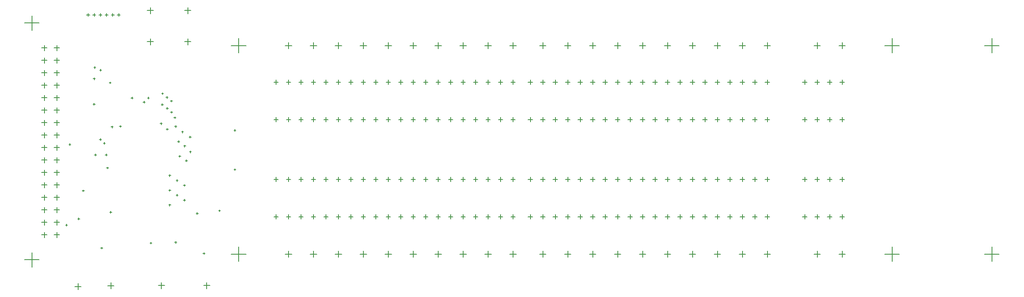
<source format=gbr>
%TF.GenerationSoftware,Altium Limited,Altium Designer,20.0.1 (14)*%
G04 Layer_Color=128*
%FSLAX25Y25*%
%MOIN*%
%TF.FileFunction,Drillmap*%
%TF.Part,Single*%
G01*
G75*
%TA.AperFunction,NonConductor*%
%ADD67C,0.00500*%
D67*
X377953Y-57378D02*
X381496D01*
X379724Y-59150D02*
Y-55606D01*
X387953Y-57378D02*
X391496D01*
X389724Y-59150D02*
Y-55606D01*
X377953Y-27378D02*
X381496D01*
X379724Y-29150D02*
Y-25606D01*
X387953Y-27378D02*
X391496D01*
X389724Y-29150D02*
Y-25606D01*
X407953Y-27378D02*
X411496D01*
X409724Y-29150D02*
Y-25606D01*
X397953Y-27378D02*
X401496D01*
X399724Y-29150D02*
Y-25606D01*
X407953Y-57378D02*
X411496D01*
X409724Y-59150D02*
Y-55606D01*
X397953Y-57378D02*
X401496D01*
X399724Y-59150D02*
Y-55606D01*
X417953Y-57378D02*
X421496D01*
X419724Y-59150D02*
Y-55606D01*
X427953Y-57378D02*
X431496D01*
X429724Y-59150D02*
Y-55606D01*
X417953Y-27378D02*
X421496D01*
X419724Y-29150D02*
Y-25606D01*
X427953Y-27378D02*
X431496D01*
X429724Y-29150D02*
Y-25606D01*
X447953Y-27378D02*
X451496D01*
X449724Y-29150D02*
Y-25606D01*
X437953Y-27378D02*
X441496D01*
X439724Y-29150D02*
Y-25606D01*
X447953Y-57378D02*
X451496D01*
X449724Y-59150D02*
Y-55606D01*
X437953Y-57378D02*
X441496D01*
X439724Y-59150D02*
Y-55606D01*
X457953Y-57378D02*
X461496D01*
X459724Y-59150D02*
Y-55606D01*
X467953Y-57378D02*
X471496D01*
X469724Y-59150D02*
Y-55606D01*
X457953Y-27378D02*
X461496D01*
X459724Y-29150D02*
Y-25606D01*
X467953Y-27378D02*
X471496D01*
X469724Y-29150D02*
Y-25606D01*
X487953Y-27378D02*
X491496D01*
X489724Y-29150D02*
Y-25606D01*
X477953Y-27378D02*
X481496D01*
X479724Y-29150D02*
Y-25606D01*
X487953Y-57378D02*
X491496D01*
X489724Y-59150D02*
Y-55606D01*
X477953Y-57378D02*
X481496D01*
X479724Y-59150D02*
Y-55606D01*
X497953Y-57378D02*
X501496D01*
X499724Y-59150D02*
Y-55606D01*
X507953Y-57378D02*
X511496D01*
X509724Y-59150D02*
Y-55606D01*
X497953Y-27378D02*
X501496D01*
X499724Y-29150D02*
Y-25606D01*
X507953Y-27378D02*
X511496D01*
X509724Y-29150D02*
Y-25606D01*
X527953Y-27378D02*
X531496D01*
X529724Y-29150D02*
Y-25606D01*
X517953Y-27378D02*
X521496D01*
X519724Y-29150D02*
Y-25606D01*
X527953Y-57378D02*
X531496D01*
X529724Y-59150D02*
Y-55606D01*
X517953Y-57378D02*
X521496D01*
X519724Y-59150D02*
Y-55606D01*
X537953Y-57378D02*
X541496D01*
X539724Y-59150D02*
Y-55606D01*
X547953Y-57378D02*
X551496D01*
X549724Y-59150D02*
Y-55606D01*
X537953Y-27378D02*
X541496D01*
X539724Y-29150D02*
Y-25606D01*
X547953Y-27378D02*
X551496D01*
X549724Y-29150D02*
Y-25606D01*
X567953Y-27378D02*
X571496D01*
X569724Y-29150D02*
Y-25606D01*
X557953Y-27378D02*
X561496D01*
X559724Y-29150D02*
Y-25606D01*
X567953Y-57378D02*
X571496D01*
X569724Y-59150D02*
Y-55606D01*
X557953Y-57378D02*
X561496D01*
X559724Y-59150D02*
Y-55606D01*
X174016Y-57378D02*
X177559D01*
X175787Y-59150D02*
Y-55606D01*
X184016Y-57378D02*
X187559D01*
X185787Y-59150D02*
Y-55606D01*
X174016Y-27378D02*
X177559D01*
X175787Y-29150D02*
Y-25606D01*
X184016Y-27378D02*
X187559D01*
X185787Y-29150D02*
Y-25606D01*
X204016Y-27378D02*
X207559D01*
X205787Y-29150D02*
Y-25606D01*
X194016Y-27378D02*
X197559D01*
X195787Y-29150D02*
Y-25606D01*
X204016Y-57378D02*
X207559D01*
X205787Y-59150D02*
Y-55606D01*
X194016Y-57378D02*
X197559D01*
X195787Y-59150D02*
Y-55606D01*
X214016Y-57378D02*
X217559D01*
X215787Y-59150D02*
Y-55606D01*
X224016Y-57378D02*
X227559D01*
X225787Y-59150D02*
Y-55606D01*
X214016Y-27378D02*
X217559D01*
X215787Y-29150D02*
Y-25606D01*
X224016Y-27378D02*
X227559D01*
X225787Y-29150D02*
Y-25606D01*
X244016Y-27378D02*
X247559D01*
X245787Y-29150D02*
Y-25606D01*
X234016Y-27378D02*
X237559D01*
X235787Y-29150D02*
Y-25606D01*
X244016Y-57378D02*
X247559D01*
X245787Y-59150D02*
Y-55606D01*
X234016Y-57378D02*
X237559D01*
X235787Y-59150D02*
Y-55606D01*
X254016Y-57378D02*
X257559D01*
X255787Y-59150D02*
Y-55606D01*
X264016Y-57378D02*
X267559D01*
X265787Y-59150D02*
Y-55606D01*
X254016Y-27378D02*
X257559D01*
X255787Y-29150D02*
Y-25606D01*
X264016Y-27378D02*
X267559D01*
X265787Y-29150D02*
Y-25606D01*
X284016Y-27378D02*
X287559D01*
X285787Y-29150D02*
Y-25606D01*
X274016Y-27378D02*
X277559D01*
X275787Y-29150D02*
Y-25606D01*
X284016Y-57378D02*
X287559D01*
X285787Y-59150D02*
Y-55606D01*
X274016Y-57378D02*
X277559D01*
X275787Y-59150D02*
Y-55606D01*
X294016Y-57378D02*
X297559D01*
X295787Y-59150D02*
Y-55606D01*
X304016Y-57378D02*
X307559D01*
X305787Y-59150D02*
Y-55606D01*
X294016Y-27378D02*
X297559D01*
X295787Y-29150D02*
Y-25606D01*
X304016Y-27378D02*
X307559D01*
X305787Y-29150D02*
Y-25606D01*
X324016Y-27378D02*
X327559D01*
X325787Y-29150D02*
Y-25606D01*
X314016Y-27378D02*
X317559D01*
X315787Y-29150D02*
Y-25606D01*
X324016Y-57378D02*
X327559D01*
X325787Y-59150D02*
Y-55606D01*
X314016Y-57378D02*
X317559D01*
X315787Y-59150D02*
Y-55606D01*
X334016Y-57378D02*
X337559D01*
X335787Y-59150D02*
Y-55606D01*
X344016Y-57378D02*
X347559D01*
X345787Y-59150D02*
Y-55606D01*
X334016Y-27378D02*
X337559D01*
X335787Y-29150D02*
Y-25606D01*
X344016Y-27378D02*
X347559D01*
X345787Y-29150D02*
Y-25606D01*
X364016Y-27378D02*
X367559D01*
X365787Y-29150D02*
Y-25606D01*
X354016Y-27378D02*
X357559D01*
X355787Y-29150D02*
Y-25606D01*
X364016Y-57378D02*
X367559D01*
X365787Y-59150D02*
Y-55606D01*
X354016Y-57378D02*
X357559D01*
X355787Y-59150D02*
Y-55606D01*
X387953Y-105378D02*
X391496D01*
X389724Y-107150D02*
Y-103606D01*
X377953Y-105378D02*
X381496D01*
X379724Y-107150D02*
Y-103606D01*
X387953Y-135378D02*
X391496D01*
X389724Y-137150D02*
Y-133606D01*
X377953Y-135378D02*
X381496D01*
X379724Y-137150D02*
Y-133606D01*
X397953Y-135378D02*
X401496D01*
X399724Y-137150D02*
Y-133606D01*
X407953Y-135378D02*
X411496D01*
X409724Y-137150D02*
Y-133606D01*
X397953Y-105378D02*
X401496D01*
X399724Y-107150D02*
Y-103606D01*
X407953Y-105378D02*
X411496D01*
X409724Y-107150D02*
Y-103606D01*
X427953Y-105378D02*
X431496D01*
X429724Y-107150D02*
Y-103606D01*
X417953Y-105378D02*
X421496D01*
X419724Y-107150D02*
Y-103606D01*
X427953Y-135378D02*
X431496D01*
X429724Y-137150D02*
Y-133606D01*
X417953Y-135378D02*
X421496D01*
X419724Y-137150D02*
Y-133606D01*
X437953Y-135378D02*
X441496D01*
X439724Y-137150D02*
Y-133606D01*
X447953Y-135378D02*
X451496D01*
X449724Y-137150D02*
Y-133606D01*
X437953Y-105378D02*
X441496D01*
X439724Y-107150D02*
Y-103606D01*
X447953Y-105378D02*
X451496D01*
X449724Y-107150D02*
Y-103606D01*
X467953Y-105378D02*
X471496D01*
X469724Y-107150D02*
Y-103606D01*
X457953Y-105378D02*
X461496D01*
X459724Y-107150D02*
Y-103606D01*
X467953Y-135378D02*
X471496D01*
X469724Y-137150D02*
Y-133606D01*
X457953Y-135378D02*
X461496D01*
X459724Y-137150D02*
Y-133606D01*
X477953Y-135378D02*
X481496D01*
X479724Y-137150D02*
Y-133606D01*
X487953Y-135378D02*
X491496D01*
X489724Y-137150D02*
Y-133606D01*
X477953Y-105378D02*
X481496D01*
X479724Y-107150D02*
Y-103606D01*
X487953Y-105378D02*
X491496D01*
X489724Y-107150D02*
Y-103606D01*
X507953Y-105378D02*
X511496D01*
X509724Y-107150D02*
Y-103606D01*
X497953Y-105378D02*
X501496D01*
X499724Y-107150D02*
Y-103606D01*
X507953Y-135378D02*
X511496D01*
X509724Y-137150D02*
Y-133606D01*
X497953Y-135378D02*
X501496D01*
X499724Y-137150D02*
Y-133606D01*
X517953Y-135378D02*
X521496D01*
X519724Y-137150D02*
Y-133606D01*
X527953Y-135378D02*
X531496D01*
X529724Y-137150D02*
Y-133606D01*
X517953Y-105378D02*
X521496D01*
X519724Y-107150D02*
Y-103606D01*
X527953Y-105378D02*
X531496D01*
X529724Y-107150D02*
Y-103606D01*
X547953Y-105378D02*
X551496D01*
X549724Y-107150D02*
Y-103606D01*
X537953Y-105378D02*
X541496D01*
X539724Y-107150D02*
Y-103606D01*
X547953Y-135378D02*
X551496D01*
X549724Y-137150D02*
Y-133606D01*
X537953Y-135378D02*
X541496D01*
X539724Y-137150D02*
Y-133606D01*
X557953Y-135378D02*
X561496D01*
X559724Y-137150D02*
Y-133606D01*
X567953Y-135378D02*
X571496D01*
X569724Y-137150D02*
Y-133606D01*
X557953Y-105378D02*
X561496D01*
X559724Y-107150D02*
Y-103606D01*
X567953Y-105378D02*
X571496D01*
X569724Y-107150D02*
Y-103606D01*
X184016Y-105378D02*
X187559D01*
X185787Y-107150D02*
Y-103606D01*
X174016Y-105378D02*
X177559D01*
X175787Y-107150D02*
Y-103606D01*
X184016Y-135378D02*
X187559D01*
X185787Y-137150D02*
Y-133606D01*
X174016Y-135378D02*
X177559D01*
X175787Y-137150D02*
Y-133606D01*
X194016Y-135378D02*
X197559D01*
X195787Y-137150D02*
Y-133606D01*
X204016Y-135378D02*
X207559D01*
X205787Y-137150D02*
Y-133606D01*
X194016Y-105378D02*
X197559D01*
X195787Y-107150D02*
Y-103606D01*
X204016Y-105378D02*
X207559D01*
X205787Y-107150D02*
Y-103606D01*
X224016Y-105378D02*
X227559D01*
X225787Y-107150D02*
Y-103606D01*
X214016Y-105378D02*
X217559D01*
X215787Y-107150D02*
Y-103606D01*
X224016Y-135378D02*
X227559D01*
X225787Y-137150D02*
Y-133606D01*
X214016Y-135378D02*
X217559D01*
X215787Y-137150D02*
Y-133606D01*
X234016Y-135378D02*
X237559D01*
X235787Y-137150D02*
Y-133606D01*
X244016Y-135378D02*
X247559D01*
X245787Y-137150D02*
Y-133606D01*
X234016Y-105378D02*
X237559D01*
X235787Y-107150D02*
Y-103606D01*
X244016Y-105378D02*
X247559D01*
X245787Y-107150D02*
Y-103606D01*
X264016Y-105378D02*
X267559D01*
X265787Y-107150D02*
Y-103606D01*
X254016Y-105378D02*
X257559D01*
X255787Y-107150D02*
Y-103606D01*
X264016Y-135378D02*
X267559D01*
X265787Y-137150D02*
Y-133606D01*
X254016Y-135378D02*
X257559D01*
X255787Y-137150D02*
Y-133606D01*
X274016Y-135378D02*
X277559D01*
X275787Y-137150D02*
Y-133606D01*
X284016Y-135378D02*
X287559D01*
X285787Y-137150D02*
Y-133606D01*
X274016Y-105378D02*
X277559D01*
X275787Y-107150D02*
Y-103606D01*
X284016Y-105378D02*
X287559D01*
X285787Y-107150D02*
Y-103606D01*
X304016Y-105378D02*
X307559D01*
X305787Y-107150D02*
Y-103606D01*
X294016Y-105378D02*
X297559D01*
X295787Y-107150D02*
Y-103606D01*
X304016Y-135378D02*
X307559D01*
X305787Y-137150D02*
Y-133606D01*
X294016Y-135378D02*
X297559D01*
X295787Y-137150D02*
Y-133606D01*
X314016Y-135378D02*
X317559D01*
X315787Y-137150D02*
Y-133606D01*
X324016Y-135378D02*
X327559D01*
X325787Y-137150D02*
Y-133606D01*
X314016Y-105378D02*
X317559D01*
X315787Y-107150D02*
Y-103606D01*
X324016Y-105378D02*
X327559D01*
X325787Y-107150D02*
Y-103606D01*
X344016Y-105378D02*
X347559D01*
X345787Y-107150D02*
Y-103606D01*
X334016Y-105378D02*
X337559D01*
X335787Y-107150D02*
Y-103606D01*
X344016Y-135378D02*
X347559D01*
X345787Y-137150D02*
Y-133606D01*
X334016Y-135378D02*
X337559D01*
X335787Y-137150D02*
Y-133606D01*
X354016Y-135378D02*
X357559D01*
X355787Y-137150D02*
Y-133606D01*
X364016Y-135378D02*
X367559D01*
X365787Y-137150D02*
Y-133606D01*
X354016Y-105378D02*
X357559D01*
X355787Y-107150D02*
Y-103606D01*
X364016Y-105378D02*
X367559D01*
X365787Y-107150D02*
Y-103606D01*
X597953Y-57378D02*
X601496D01*
X599724Y-59150D02*
Y-55606D01*
X607953Y-57378D02*
X611496D01*
X609724Y-59150D02*
Y-55606D01*
X597953Y-27378D02*
X601496D01*
X599724Y-29150D02*
Y-25606D01*
X607953Y-27378D02*
X611496D01*
X609724Y-29150D02*
Y-25606D01*
X627953Y-27378D02*
X631496D01*
X629724Y-29150D02*
Y-25606D01*
X617953Y-27378D02*
X621496D01*
X619724Y-29150D02*
Y-25606D01*
X627953Y-57378D02*
X631496D01*
X629724Y-59150D02*
Y-55606D01*
X617953Y-57378D02*
X621496D01*
X619724Y-59150D02*
Y-55606D01*
X607953Y-105378D02*
X611496D01*
X609724Y-107150D02*
Y-103606D01*
X597953Y-105378D02*
X601496D01*
X599724Y-107150D02*
Y-103606D01*
X607953Y-135378D02*
X611496D01*
X609724Y-137150D02*
Y-133606D01*
X597953Y-135378D02*
X601496D01*
X599724Y-137150D02*
Y-133606D01*
X617953Y-135378D02*
X621496D01*
X619724Y-137150D02*
Y-133606D01*
X627953Y-135378D02*
X631496D01*
X629724Y-137150D02*
Y-133606D01*
X617953Y-105378D02*
X621496D01*
X619724Y-107150D02*
Y-103606D01*
X627953Y-105378D02*
X631496D01*
X629724Y-107150D02*
Y-103606D01*
X102441Y5000D02*
X107559D01*
X105000Y2441D02*
Y7559D01*
X72441Y5000D02*
X77559D01*
X75000Y2441D02*
Y7559D01*
X102441Y30000D02*
X107559D01*
X105000Y27441D02*
Y32559D01*
X72441Y30000D02*
X77559D01*
X75000Y27441D02*
Y32559D01*
X117728Y-190678D02*
X122846D01*
X120287Y-193237D02*
Y-188119D01*
X81428Y-190678D02*
X86546D01*
X83987Y-193237D02*
Y-188119D01*
X40828Y-190778D02*
X45946D01*
X43387Y-193337D02*
Y-188219D01*
X14528Y-191378D02*
X19646D01*
X17087Y-193937D02*
Y-188819D01*
X627165Y1945D02*
X632283D01*
X629724Y-614D02*
Y4504D01*
X607165Y1945D02*
X612283D01*
X609724Y-614D02*
Y4504D01*
X627165Y-165378D02*
X632283D01*
X629724Y-167937D02*
Y-162819D01*
X607165Y-165378D02*
X612283D01*
X609724Y-167937D02*
Y-162819D01*
X567165Y1945D02*
X572283D01*
X569724Y-614D02*
Y4504D01*
X547165Y1945D02*
X552283D01*
X549724Y-614D02*
Y4504D01*
X527165Y1945D02*
X532283D01*
X529724Y-614D02*
Y4504D01*
X507165Y1945D02*
X512283D01*
X509724Y-614D02*
Y4504D01*
X487165Y1945D02*
X492283D01*
X489724Y-614D02*
Y4504D01*
X467165Y1945D02*
X472283D01*
X469724Y-614D02*
Y4504D01*
X447165Y1945D02*
X452283D01*
X449724Y-614D02*
Y4504D01*
X427165Y1945D02*
X432283D01*
X429724Y-614D02*
Y4504D01*
X407165Y1945D02*
X412283D01*
X409724Y-614D02*
Y4504D01*
X387165Y1945D02*
X392283D01*
X389724Y-614D02*
Y4504D01*
X183228Y1945D02*
X188346D01*
X185787Y-614D02*
Y4504D01*
X203228Y1945D02*
X208346D01*
X205787Y-614D02*
Y4504D01*
X223228Y1945D02*
X228346D01*
X225787Y-614D02*
Y4504D01*
X243228Y1945D02*
X248346D01*
X245787Y-614D02*
Y4504D01*
X263228Y1945D02*
X268346D01*
X265787Y-614D02*
Y4504D01*
X283228Y1945D02*
X288346D01*
X285787Y-614D02*
Y4504D01*
X303228Y1945D02*
X308346D01*
X305787Y-614D02*
Y4504D01*
X323228Y1945D02*
X328346D01*
X325787Y-614D02*
Y4504D01*
X343228Y1945D02*
X348346D01*
X345787Y-614D02*
Y4504D01*
X363228Y1945D02*
X368346D01*
X365787Y-614D02*
Y4504D01*
X387165Y-165378D02*
X392283D01*
X389724Y-167937D02*
Y-162819D01*
X407165Y-165378D02*
X412283D01*
X409724Y-167937D02*
Y-162819D01*
X427165Y-165378D02*
X432283D01*
X429724Y-167937D02*
Y-162819D01*
X447165Y-165378D02*
X452283D01*
X449724Y-167937D02*
Y-162819D01*
X467165Y-165378D02*
X472283D01*
X469724Y-167937D02*
Y-162819D01*
X487165Y-165378D02*
X492283D01*
X489724Y-167937D02*
Y-162819D01*
X507165Y-165378D02*
X512283D01*
X509724Y-167937D02*
Y-162819D01*
X527165Y-165378D02*
X532283D01*
X529724Y-167937D02*
Y-162819D01*
X547165Y-165378D02*
X552283D01*
X549724Y-167937D02*
Y-162819D01*
X567165Y-165378D02*
X572283D01*
X569724Y-167937D02*
Y-162819D01*
X363228Y-165378D02*
X368347D01*
X365787Y-167937D02*
Y-162819D01*
X343228Y-165378D02*
X348346D01*
X345787Y-167937D02*
Y-162819D01*
X323228Y-165378D02*
X328346D01*
X325787Y-167937D02*
Y-162819D01*
X303228Y-165378D02*
X308347D01*
X305787Y-167937D02*
Y-162819D01*
X283228Y-165378D02*
X288347D01*
X285787Y-167937D02*
Y-162819D01*
X263228Y-165378D02*
X268347D01*
X265787Y-167937D02*
Y-162819D01*
X243228Y-165378D02*
X248346D01*
X245787Y-167937D02*
Y-162819D01*
X223228Y-165378D02*
X228346D01*
X225787Y-167937D02*
Y-162819D01*
X203228Y-165378D02*
X208347D01*
X205787Y-167937D02*
Y-162819D01*
X183228Y-165378D02*
X188347D01*
X185787Y-167937D02*
Y-162819D01*
X-25709Y20000D02*
X-14291D01*
X-20000Y14291D02*
Y25709D01*
X-25709Y-170000D02*
X-14291D01*
X-20000Y-175709D02*
Y-164291D01*
X-12165Y0D02*
X-7835D01*
X-10000Y-2165D02*
Y2165D01*
X-12165Y-10000D02*
X-7835D01*
X-10000Y-12165D02*
Y-7835D01*
X-12165Y-20000D02*
X-7835D01*
X-10000Y-22165D02*
Y-17835D01*
X-12165Y-30000D02*
X-7835D01*
X-10000Y-32165D02*
Y-27835D01*
X-12165Y-40000D02*
X-7835D01*
X-10000Y-42165D02*
Y-37835D01*
X-12165Y-50000D02*
X-7835D01*
X-10000Y-52165D02*
Y-47835D01*
X-12165Y-60000D02*
X-7835D01*
X-10000Y-62165D02*
Y-57835D01*
X-12165Y-70000D02*
X-7835D01*
X-10000Y-72165D02*
Y-67835D01*
X-12165Y-80000D02*
X-7835D01*
X-10000Y-82165D02*
Y-77835D01*
X-12165Y-90000D02*
X-7835D01*
X-10000Y-92165D02*
Y-87835D01*
X-12165Y-100000D02*
X-7835D01*
X-10000Y-102165D02*
Y-97835D01*
X-12165Y-110000D02*
X-7835D01*
X-10000Y-112165D02*
Y-107835D01*
X-12165Y-120000D02*
X-7835D01*
X-10000Y-122165D02*
Y-117835D01*
X-12165Y-130000D02*
X-7835D01*
X-10000Y-132165D02*
Y-127835D01*
X-12165Y-140000D02*
X-7835D01*
X-10000Y-142165D02*
Y-137835D01*
X-12165Y-150000D02*
X-7835D01*
X-10000Y-152165D02*
Y-147835D01*
X-2165Y0D02*
X2165D01*
X0Y-2165D02*
Y2165D01*
X-2165Y-10000D02*
X2165D01*
X0Y-12165D02*
Y-7835D01*
X-2165Y-20000D02*
X2165D01*
X0Y-22165D02*
Y-17835D01*
X-2165Y-30000D02*
X2165D01*
X0Y-32165D02*
Y-27835D01*
X-2165Y-40000D02*
X2165D01*
X0Y-42165D02*
Y-37835D01*
X-2165Y-50000D02*
X2165D01*
X0Y-52165D02*
Y-47835D01*
X-2165Y-60000D02*
X2165D01*
X0Y-62165D02*
Y-57835D01*
X-2165Y-70000D02*
X2165D01*
X0Y-72165D02*
Y-67835D01*
X-2165Y-80000D02*
X2165D01*
X0Y-82165D02*
Y-77835D01*
X-2165Y-90000D02*
X2165D01*
X0Y-92165D02*
Y-87835D01*
X-2165Y-100000D02*
X2165D01*
X0Y-102165D02*
Y-97835D01*
X-2165Y-110000D02*
X2165D01*
X0Y-112165D02*
Y-107835D01*
X-2165Y-120000D02*
X2165D01*
X0Y-122165D02*
Y-117835D01*
X-2165Y-130000D02*
X2165D01*
X0Y-132165D02*
Y-127835D01*
X-2165Y-140000D02*
X2165D01*
X0Y-142165D02*
Y-137835D01*
X-2165Y-150000D02*
X2165D01*
X0Y-152165D02*
Y-147835D01*
X23985Y26522D02*
X26347D01*
X25166Y25341D02*
Y27703D01*
X28906Y26522D02*
X31269D01*
X30087Y25341D02*
Y27703D01*
X33828Y26522D02*
X36190D01*
X35009Y25341D02*
Y27703D01*
X38749Y26522D02*
X41111D01*
X39930Y25341D02*
Y27703D01*
X43670Y26522D02*
X46032D01*
X44851Y25341D02*
Y27703D01*
X48591Y26522D02*
X50954D01*
X49772Y25341D02*
Y27703D01*
X94613Y-156000D02*
X96187D01*
X95400Y-156787D02*
Y-155213D01*
X117213Y-164900D02*
X118787D01*
X118000Y-165687D02*
Y-164113D01*
X142084Y-97538D02*
X143658D01*
X142871Y-98326D02*
Y-96751D01*
X142084Y-66142D02*
X143658D01*
X142871Y-66930D02*
Y-65355D01*
X42013Y-27900D02*
X43587D01*
X42800Y-28687D02*
Y-27113D01*
X59613Y-40100D02*
X61187D01*
X60400Y-40887D02*
Y-39313D01*
X106113Y-71400D02*
X107687D01*
X106900Y-72187D02*
Y-70613D01*
X74713Y-156500D02*
X76287D01*
X75500Y-157287D02*
Y-155713D01*
X35213Y-160500D02*
X36787D01*
X36000Y-161287D02*
Y-159713D01*
X42513Y-131700D02*
X44087D01*
X43300Y-132487D02*
Y-130913D01*
X38874Y-85700D02*
X40449D01*
X39661Y-86487D02*
Y-84913D01*
X37413Y-76400D02*
X38987D01*
X38200Y-77187D02*
Y-75613D01*
X39913Y-96200D02*
X41487D01*
X40700Y-96987D02*
Y-95413D01*
X30213Y-85700D02*
X31787D01*
X31000Y-86487D02*
Y-84913D01*
X9713Y-77400D02*
X11287D01*
X10500Y-78187D02*
Y-76613D01*
X34313Y-73400D02*
X35887D01*
X35100Y-74187D02*
Y-72613D01*
X34413Y-17800D02*
X35987D01*
X35200Y-18587D02*
Y-17013D01*
X29213Y-24600D02*
X30787D01*
X30000Y-25387D02*
Y-23813D01*
X29113Y-45100D02*
X30687D01*
X29900Y-45887D02*
Y-44313D01*
X29713Y-15601D02*
X31287D01*
X30500Y-16389D02*
Y-14814D01*
X50213Y-62900D02*
X51787D01*
X51000Y-63687D02*
Y-62113D01*
X43613Y-63300D02*
X45187D01*
X44400Y-64087D02*
Y-62513D01*
X69313Y-43400D02*
X70887D01*
X70100Y-44187D02*
Y-42613D01*
X72713Y-40100D02*
X74287D01*
X73500Y-40887D02*
Y-39313D01*
X93873Y-55900D02*
X95448D01*
X94660Y-56687D02*
Y-55113D01*
X91213Y-51500D02*
X92787D01*
X92000Y-52287D02*
Y-50713D01*
X87766Y-48400D02*
X89340D01*
X88553Y-49187D02*
Y-47613D01*
X83808Y-45400D02*
X85383D01*
X84596Y-46187D02*
Y-44613D01*
X91201Y-42494D02*
X92776D01*
X91988Y-43281D02*
Y-41706D01*
X87613Y-39600D02*
X89187D01*
X88400Y-40387D02*
Y-38813D01*
X84013Y-36500D02*
X85587D01*
X84800Y-37287D02*
Y-35713D01*
X96957Y-75050D02*
X98531D01*
X97744Y-75837D02*
Y-74263D01*
X100033Y-67312D02*
X101608D01*
X100820Y-68099D02*
Y-66524D01*
X101863Y-78650D02*
X103437D01*
X102650Y-79437D02*
Y-77863D01*
X94615Y-63000D02*
X96190D01*
X95402Y-63787D02*
Y-62213D01*
X106328Y-83310D02*
X107903D01*
X107116Y-84097D02*
Y-82523D01*
X103201Y-90469D02*
X104776D01*
X103988Y-91256D02*
Y-89681D01*
X87813Y-65200D02*
X89387D01*
X88600Y-65987D02*
Y-64413D01*
X82913Y-60600D02*
X84487D01*
X83700Y-61387D02*
Y-59813D01*
X111813Y-132700D02*
X113387D01*
X112600Y-133487D02*
Y-131913D01*
X95669Y-118110D02*
X97244D01*
X96457Y-118898D02*
Y-117323D01*
X101575Y-122047D02*
X103150D01*
X102362Y-122835D02*
Y-121260D01*
X89764Y-114173D02*
X91339D01*
X90551Y-114961D02*
Y-113386D01*
X101575Y-110236D02*
X103150D01*
X102362Y-111024D02*
Y-109449D01*
X95669Y-106299D02*
X97244D01*
X96457Y-107087D02*
Y-105512D01*
X89764Y-102362D02*
X91339D01*
X90551Y-103150D02*
Y-101575D01*
X97829Y-86869D02*
X99404D01*
X98616Y-87656D02*
Y-86081D01*
X89764Y-125984D02*
X91339D01*
X90551Y-126772D02*
Y-125197D01*
X129713Y-130500D02*
X131287D01*
X130500Y-131287D02*
Y-129713D01*
X20513Y-114500D02*
X22087D01*
X21300Y-115287D02*
Y-113713D01*
X16849Y-137100D02*
X18423D01*
X17636Y-137887D02*
Y-136313D01*
X7013Y-142100D02*
X8587D01*
X7800Y-142887D02*
Y-141313D01*
X743819Y1945D02*
X755630D01*
X749724Y-3961D02*
Y7850D01*
X743819Y-165378D02*
X755630D01*
X749724Y-171283D02*
Y-159472D01*
X139882Y1945D02*
X151693D01*
X145787Y-3961D02*
Y7850D01*
X139882Y-165378D02*
X151693D01*
X145787Y-171283D02*
Y-159472D01*
X663819Y-165378D02*
X675630D01*
X669724Y-171283D02*
Y-159472D01*
X663819Y1945D02*
X675630D01*
X669724Y-3961D02*
Y7850D01*
%TF.MD5,ce5815aae57d15f90a73d88e20d15788*%
M02*

</source>
